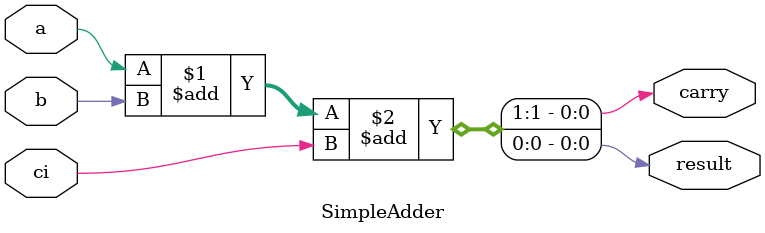
<source format=v>
module BCDAdder(n1,n2,s);

//input Port Declarations
input [3:0] n1;
input [3:0] n2;

//Output Port Declarations
output [7:0] s;

//----Input Ports Data Type----//
wire [3:0] n1;
wire [3:0] n2;

//----OutPut Ports Data Type----//
reg [7:0] s;

//----Internal Variables----//
wire [7:0] Result;
assign Result[4]=CC[4];
assign Result[5]=0;
assign Result[6]=0;
assign Result[7]=0;
wire [4:0] CC;
assign CC[0]=0;
wire c1;
wire c2;
wire c3;
genvar i;

//Code Start
//Simple Adder Blocks
generate 
for (i =0 ;i<4 ;i=i+1 ) begin
  SimpleAdder U(n1[i],n2[i],CC[i],Result[i],CC[i+1]);
  
end
endgenerate 

//BCD Correction For Simple Adders
always@(Result)begin
if (Result>9) begin
  s=Result+6;
end 
else  s=Result;
end

//Check for Invalid Inputs
always@(n1,n2)
if(n1>9 | n2>9)begin
$display("Error Input Invalid Result");
end

endmodule



module SimpleAdder(a,b,ci,result,carry);

//input Port Declarations
input a;
input b;
input ci;

//Output Port Declarations
output result;
output carry;

//----Input Ports Data Type----//
wire a,b;

//----Output Ports Data Type----//
wire result,carry;

assign {carry,result} = a+b+ci;

endmodule
</source>
